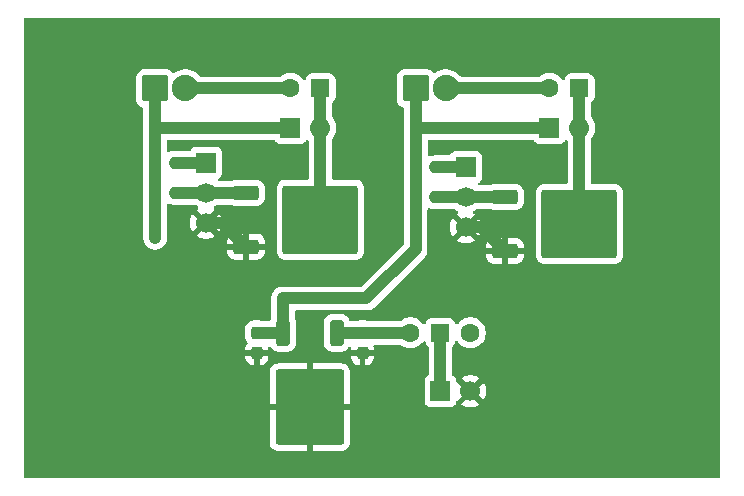
<source format=gbr>
%TF.GenerationSoftware,KiCad,Pcbnew,9.0.2*%
%TF.CreationDate,2025-07-30T16:59:02+09:00*%
%TF.ProjectId,ltr,6c74722e-6b69-4636-9164-5f7063625858,rev?*%
%TF.SameCoordinates,Original*%
%TF.FileFunction,Copper,L1,Top*%
%TF.FilePolarity,Positive*%
%FSLAX46Y46*%
G04 Gerber Fmt 4.6, Leading zero omitted, Abs format (unit mm)*
G04 Created by KiCad (PCBNEW 9.0.2) date 2025-07-30 16:59:02*
%MOMM*%
%LPD*%
G01*
G04 APERTURE LIST*
G04 Aperture macros list*
%AMRoundRect*
0 Rectangle with rounded corners*
0 $1 Rounding radius*
0 $2 $3 $4 $5 $6 $7 $8 $9 X,Y pos of 4 corners*
0 Add a 4 corners polygon primitive as box body*
4,1,4,$2,$3,$4,$5,$6,$7,$8,$9,$2,$3,0*
0 Add four circle primitives for the rounded corners*
1,1,$1+$1,$2,$3*
1,1,$1+$1,$4,$5*
1,1,$1+$1,$6,$7*
1,1,$1+$1,$8,$9*
0 Add four rect primitives between the rounded corners*
20,1,$1+$1,$2,$3,$4,$5,0*
20,1,$1+$1,$4,$5,$6,$7,0*
20,1,$1+$1,$6,$7,$8,$9,0*
20,1,$1+$1,$8,$9,$2,$3,0*%
G04 Aperture macros list end*
%TA.AperFunction,ComponentPad*%
%ADD10RoundRect,0.250000X0.550000X0.550000X-0.550000X0.550000X-0.550000X-0.550000X0.550000X-0.550000X0*%
%TD*%
%TA.AperFunction,ComponentPad*%
%ADD11C,1.600000*%
%TD*%
%TA.AperFunction,ComponentPad*%
%ADD12RoundRect,0.250000X-0.870000X-0.870000X0.870000X-0.870000X0.870000X0.870000X-0.870000X0.870000X0*%
%TD*%
%TA.AperFunction,ComponentPad*%
%ADD13C,2.240000*%
%TD*%
%TA.AperFunction,ComponentPad*%
%ADD14R,1.700000X1.700000*%
%TD*%
%TA.AperFunction,ComponentPad*%
%ADD15C,1.700000*%
%TD*%
%TA.AperFunction,SMDPad,CuDef*%
%ADD16RoundRect,0.200000X-0.200000X-0.275000X0.200000X-0.275000X0.200000X0.275000X-0.200000X0.275000X0*%
%TD*%
%TA.AperFunction,SMDPad,CuDef*%
%ADD17RoundRect,0.250000X-0.850000X-0.350000X0.850000X-0.350000X0.850000X0.350000X-0.850000X0.350000X0*%
%TD*%
%TA.AperFunction,SMDPad,CuDef*%
%ADD18RoundRect,0.249997X-2.950003X-2.650003X2.950003X-2.650003X2.950003X2.650003X-2.950003X2.650003X0*%
%TD*%
%TA.AperFunction,ComponentPad*%
%ADD19R,1.500000X1.500000*%
%TD*%
%TA.AperFunction,SMDPad,CuDef*%
%ADD20RoundRect,0.237500X-0.237500X0.300000X-0.237500X-0.300000X0.237500X-0.300000X0.237500X0.300000X0*%
%TD*%
%TA.AperFunction,SMDPad,CuDef*%
%ADD21RoundRect,0.250000X-0.350000X0.850000X-0.350000X-0.850000X0.350000X-0.850000X0.350000X0.850000X0*%
%TD*%
%TA.AperFunction,SMDPad,CuDef*%
%ADD22RoundRect,0.249997X-2.650003X2.950003X-2.650003X-2.950003X2.650003X-2.950003X2.650003X2.950003X0*%
%TD*%
%TA.AperFunction,ViaPad*%
%ADD23C,0.600000*%
%TD*%
%TA.AperFunction,Conductor*%
%ADD24C,1.000000*%
%TD*%
G04 APERTURE END LIST*
D10*
%TO.P,D4,1,K*%
%TO.N,Net-(D4-K)*%
X128385000Y-57185000D03*
D11*
%TO.P,D4,2,A*%
%TO.N,Net-(D3-A)*%
X125845000Y-57185000D03*
%TD*%
D12*
%TO.P,D3,1,K*%
%TO.N,+5V*%
X114520000Y-57185000D03*
D13*
%TO.P,D3,2,A*%
%TO.N,Net-(D3-A)*%
X117060000Y-57185000D03*
%TD*%
D14*
%TO.P,J3,1,Pin_1*%
%TO.N,+5V*%
X103920000Y-60535000D03*
D15*
%TO.P,J3,2,Pin_2*%
%TO.N,Net-(D2-K)*%
X106460000Y-60535000D03*
%TD*%
D14*
%TO.P,J4,1,Pin_1*%
%TO.N,+5V*%
X125845000Y-60535000D03*
D15*
%TO.P,J4,2,Pin_2*%
%TO.N,Net-(D4-K)*%
X128385000Y-60535000D03*
%TD*%
D16*
%TO.P,R3,1*%
%TO.N,+5V*%
X114510000Y-63860000D03*
%TO.P,R3,2*%
%TO.N,Vin_right*%
X116160000Y-63860000D03*
%TD*%
D12*
%TO.P,D1,1,K*%
%TO.N,+5V*%
X92480000Y-57195000D03*
D13*
%TO.P,D1,2,A*%
%TO.N,Net-(D1-A)*%
X95020000Y-57195000D03*
%TD*%
D14*
%TO.P,J5,1,Pin_1*%
%TO.N,Net-(J5-Pin_1)*%
X116620000Y-82825000D03*
D15*
%TO.P,J5,2,Pin_2*%
%TO.N,GND*%
X119160000Y-82825000D03*
%TD*%
D14*
%TO.P,J1,1,Pin_1*%
%TO.N,Vin_left*%
X96760000Y-63485000D03*
D15*
%TO.P,J1,2,Pin_2*%
%TO.N,out_left*%
X96760000Y-66025000D03*
%TO.P,J1,3,Pin_3*%
%TO.N,GND*%
X96760000Y-68565000D03*
%TD*%
D16*
%TO.P,R2,1*%
%TO.N,+5V*%
X92460000Y-66025000D03*
%TO.P,R2,2*%
%TO.N,out_left*%
X94110000Y-66025000D03*
%TD*%
D17*
%TO.P,Q1,1,G*%
%TO.N,out_left*%
X100160000Y-66025000D03*
D18*
%TO.P,Q1,2,D*%
%TO.N,Net-(D2-K)*%
X106460000Y-68305000D03*
D17*
%TO.P,Q1,3,S*%
%TO.N,GND*%
X100160000Y-70585000D03*
%TD*%
D10*
%TO.P,D2,1,K*%
%TO.N,Net-(D2-K)*%
X106460000Y-57195000D03*
D11*
%TO.P,D2,2,A*%
%TO.N,Net-(D1-A)*%
X103920000Y-57195000D03*
%TD*%
D19*
%TO.P,SW1,1,A*%
%TO.N,Net-(J5-Pin_1)*%
X116610000Y-77875000D03*
D11*
%TO.P,SW1,2,B*%
%TO.N,+9V*%
X114070000Y-77875000D03*
%TO.P,SW1,3,C*%
%TO.N,unconnected-(SW1-C-Pad3)*%
X119150000Y-77875000D03*
%TD*%
D20*
%TO.P,C1,1*%
%TO.N,+9V*%
X110020000Y-77875000D03*
%TO.P,C1,2*%
%TO.N,GND*%
X110020000Y-79600000D03*
%TD*%
D16*
%TO.P,R1,1*%
%TO.N,+5V*%
X92460000Y-63475000D03*
%TO.P,R1,2*%
%TO.N,Vin_left*%
X94110000Y-63475000D03*
%TD*%
D20*
%TO.P,C2,1*%
%TO.N,+5V*%
X101070000Y-77872500D03*
%TO.P,C2,2*%
%TO.N,GND*%
X101070000Y-79597500D03*
%TD*%
D17*
%TO.P,Q2,1,G*%
%TO.N,out_right*%
X122085000Y-66400000D03*
D18*
%TO.P,Q2,2,D*%
%TO.N,Net-(D4-K)*%
X128385000Y-68680000D03*
D17*
%TO.P,Q2,3,S*%
%TO.N,GND*%
X122085000Y-70960000D03*
%TD*%
D14*
%TO.P,J2,1,Pin_1*%
%TO.N,Vin_right*%
X118760000Y-63870000D03*
D15*
%TO.P,J2,2,Pin_2*%
%TO.N,out_right*%
X118760000Y-66410000D03*
%TO.P,J2,3,Pin_3*%
%TO.N,GND*%
X118760000Y-68950000D03*
%TD*%
D16*
%TO.P,R4,1*%
%TO.N,+5V*%
X114510000Y-66410000D03*
%TO.P,R4,2*%
%TO.N,out_right*%
X116160000Y-66410000D03*
%TD*%
D21*
%TO.P,U1,1,VI*%
%TO.N,+9V*%
X107830000Y-77875000D03*
D22*
%TO.P,U1,2,GND*%
%TO.N,GND*%
X105550000Y-84175000D03*
D21*
%TO.P,U1,3,VO*%
%TO.N,+5V*%
X103270000Y-77875000D03*
%TD*%
D23*
%TO.N,GND*%
X105550000Y-84175000D03*
%TO.N,+5V*%
X103275000Y-74975000D03*
X92450000Y-69850000D03*
%TD*%
D24*
%TO.N,+5V*%
X114510000Y-66410000D02*
X114510000Y-70815000D01*
X114510000Y-70815000D02*
X110350000Y-74975000D01*
X110350000Y-74975000D02*
X103275000Y-74975000D01*
X92460000Y-66025000D02*
X92460000Y-69840000D01*
X92460000Y-69840000D02*
X92450000Y-69850000D01*
X103275000Y-74975000D02*
X103275000Y-77870000D01*
X103275000Y-77870000D02*
X103270000Y-77875000D01*
X114520000Y-57185000D02*
X114520000Y-60530000D01*
X114525000Y-60535000D02*
X114520000Y-60530000D01*
X125845000Y-60535000D02*
X114525000Y-60535000D01*
%TO.N,Net-(D3-A)*%
X125845000Y-57185000D02*
X117060000Y-57185000D01*
%TO.N,Net-(D4-K)*%
X128385000Y-60535000D02*
X128385000Y-57261000D01*
X128385000Y-68680000D02*
X128385000Y-60535000D01*
%TO.N,+5V*%
X114520000Y-60530000D02*
X114520000Y-63850000D01*
X114520000Y-63850000D02*
X114510000Y-63860000D01*
X114510000Y-66410000D02*
X114510000Y-63860000D01*
%TO.N,Vin_right*%
X118760000Y-63870000D02*
X116170000Y-63870000D01*
X116170000Y-63870000D02*
X116160000Y-63860000D01*
%TO.N,out_right*%
X116160000Y-66410000D02*
X118760000Y-66410000D01*
X122085000Y-66400000D02*
X118770000Y-66400000D01*
X118770000Y-66400000D02*
X118760000Y-66410000D01*
%TO.N,GND*%
X118760000Y-68950000D02*
X120075000Y-68950000D01*
X120075000Y-68950000D02*
X122085000Y-70960000D01*
%TO.N,+5V*%
X92460000Y-63475000D02*
X92460000Y-60535000D01*
X103920000Y-60535000D02*
X92460000Y-60535000D01*
X92460000Y-60535000D02*
X92460000Y-57215000D01*
X92460000Y-57215000D02*
X92480000Y-57195000D01*
%TO.N,Net-(D1-A)*%
X103920000Y-57195000D02*
X95020000Y-57195000D01*
%TO.N,Net-(D2-K)*%
X106460000Y-60535000D02*
X106460000Y-57195000D01*
X106460000Y-68305000D02*
X106460000Y-60535000D01*
%TO.N,+5V*%
X92460000Y-66025000D02*
X92460000Y-63475000D01*
%TO.N,Vin_left*%
X94110000Y-63475000D02*
X96750000Y-63475000D01*
X96750000Y-63475000D02*
X96760000Y-63485000D01*
%TO.N,out_left*%
X94110000Y-66025000D02*
X96760000Y-66025000D01*
X96760000Y-66025000D02*
X100160000Y-66025000D01*
%TO.N,GND*%
X96760000Y-68565000D02*
X98140000Y-68565000D01*
X98140000Y-68565000D02*
X100160000Y-70585000D01*
%TO.N,+5V*%
X101070000Y-77872500D02*
X103267500Y-77872500D01*
X103267500Y-77872500D02*
X103270000Y-77875000D01*
%TO.N,Net-(J5-Pin_1)*%
X116610000Y-82815000D02*
X116620000Y-82825000D01*
X116610000Y-77875000D02*
X116610000Y-82815000D01*
%TO.N,+9V*%
X107830000Y-77875000D02*
X110020000Y-77875000D01*
X114070000Y-77875000D02*
X110020000Y-77875000D01*
%TO.N,GND*%
X119150000Y-82815000D02*
X119160000Y-82825000D01*
%TD*%
%TA.AperFunction,Conductor*%
%TO.N,GND*%
G36*
X140267539Y-51220185D02*
G01*
X140313294Y-51272989D01*
X140324500Y-51324500D01*
X140324500Y-90075500D01*
X140304815Y-90142539D01*
X140252011Y-90188294D01*
X140200500Y-90199500D01*
X81449500Y-90199500D01*
X81382461Y-90179815D01*
X81336706Y-90127011D01*
X81325500Y-90075500D01*
X81325500Y-87174988D01*
X102150001Y-87174988D01*
X102160494Y-87277699D01*
X102215640Y-87444120D01*
X102215642Y-87444125D01*
X102307683Y-87593346D01*
X102431653Y-87717316D01*
X102580874Y-87809357D01*
X102580879Y-87809359D01*
X102747301Y-87864505D01*
X102850017Y-87874999D01*
X105299999Y-87874999D01*
X105800000Y-87874999D01*
X108249974Y-87874999D01*
X108249988Y-87874998D01*
X108352699Y-87864505D01*
X108519120Y-87809359D01*
X108519125Y-87809357D01*
X108668346Y-87717316D01*
X108792316Y-87593346D01*
X108884357Y-87444125D01*
X108884359Y-87444120D01*
X108939505Y-87277698D01*
X108949999Y-87174988D01*
X108950000Y-87174975D01*
X108950000Y-84425000D01*
X105800000Y-84425000D01*
X105800000Y-87874999D01*
X105299999Y-87874999D01*
X105300000Y-87874998D01*
X105300000Y-84425000D01*
X102150001Y-84425000D01*
X102150001Y-87174988D01*
X81325500Y-87174988D01*
X81325500Y-81175011D01*
X102150000Y-81175011D01*
X102150000Y-83925000D01*
X105300000Y-83925000D01*
X105800000Y-83925000D01*
X108949999Y-83925000D01*
X108949999Y-81175026D01*
X108949998Y-81175011D01*
X108939505Y-81072300D01*
X108884359Y-80905879D01*
X108884357Y-80905874D01*
X108792316Y-80756653D01*
X108668346Y-80632683D01*
X108519125Y-80540642D01*
X108519120Y-80540640D01*
X108352698Y-80485494D01*
X108249988Y-80475000D01*
X105800000Y-80475000D01*
X105800000Y-83925000D01*
X105300000Y-83925000D01*
X105300000Y-80475000D01*
X102850026Y-80475000D01*
X102850010Y-80475001D01*
X102747300Y-80485494D01*
X102580879Y-80540640D01*
X102580874Y-80540642D01*
X102431653Y-80632683D01*
X102307683Y-80756653D01*
X102215642Y-80905874D01*
X102215640Y-80905879D01*
X102160494Y-81072301D01*
X102150000Y-81175011D01*
X81325500Y-81175011D01*
X81325500Y-79946654D01*
X100095001Y-79946654D01*
X100105319Y-80047652D01*
X100159546Y-80211300D01*
X100159551Y-80211311D01*
X100250052Y-80358034D01*
X100250055Y-80358038D01*
X100371961Y-80479944D01*
X100371965Y-80479947D01*
X100518688Y-80570448D01*
X100518699Y-80570453D01*
X100682347Y-80624680D01*
X100783352Y-80634999D01*
X100820000Y-80634999D01*
X101320000Y-80634999D01*
X101356640Y-80634999D01*
X101356654Y-80634998D01*
X101457652Y-80624680D01*
X101621300Y-80570453D01*
X101621311Y-80570448D01*
X101768034Y-80479947D01*
X101768038Y-80479944D01*
X101889944Y-80358038D01*
X101889947Y-80358034D01*
X101980448Y-80211311D01*
X101980453Y-80211300D01*
X102034680Y-80047652D01*
X102044744Y-79949154D01*
X109045001Y-79949154D01*
X109055319Y-80050152D01*
X109109546Y-80213800D01*
X109109551Y-80213811D01*
X109200052Y-80360534D01*
X109200055Y-80360538D01*
X109321961Y-80482444D01*
X109321965Y-80482447D01*
X109468688Y-80572948D01*
X109468699Y-80572953D01*
X109632347Y-80627180D01*
X109733352Y-80637499D01*
X109770000Y-80637499D01*
X110270000Y-80637499D01*
X110306640Y-80637499D01*
X110306654Y-80637498D01*
X110407652Y-80627180D01*
X110571300Y-80572953D01*
X110571311Y-80572948D01*
X110718034Y-80482447D01*
X110718038Y-80482444D01*
X110839944Y-80360538D01*
X110839947Y-80360534D01*
X110930448Y-80213811D01*
X110930453Y-80213800D01*
X110984680Y-80050152D01*
X110994999Y-79949154D01*
X110995000Y-79949141D01*
X110995000Y-79850000D01*
X110270000Y-79850000D01*
X110270000Y-80637499D01*
X109770000Y-80637499D01*
X109770000Y-79850000D01*
X109045001Y-79850000D01*
X109045001Y-79949154D01*
X102044744Y-79949154D01*
X102044999Y-79946654D01*
X102045000Y-79946641D01*
X102045000Y-79847500D01*
X101320000Y-79847500D01*
X101320000Y-80634999D01*
X100820000Y-80634999D01*
X100820000Y-79847500D01*
X100095001Y-79847500D01*
X100095001Y-79946654D01*
X81325500Y-79946654D01*
X81325500Y-77773959D01*
X100069500Y-77773959D01*
X100069500Y-77779523D01*
X100069500Y-77971044D01*
X100092117Y-78084747D01*
X100094500Y-78108937D01*
X100094500Y-78221668D01*
X100094501Y-78221687D01*
X100104825Y-78322752D01*
X100141109Y-78432249D01*
X100159092Y-78486516D01*
X100241139Y-78619536D01*
X100249661Y-78633351D01*
X100263982Y-78647672D01*
X100297467Y-78708995D01*
X100292483Y-78778687D01*
X100263985Y-78823032D01*
X100250052Y-78836965D01*
X100159551Y-78983688D01*
X100159546Y-78983699D01*
X100105319Y-79147347D01*
X100095000Y-79248345D01*
X100095000Y-79347500D01*
X102044999Y-79347500D01*
X102044999Y-79248360D01*
X102044998Y-79248345D01*
X102037217Y-79172174D01*
X102049987Y-79103481D01*
X102097867Y-79052596D01*
X102165657Y-79035676D01*
X102231834Y-79058092D01*
X102266112Y-79094474D01*
X102284786Y-79124749D01*
X102325717Y-79191110D01*
X102327288Y-79193656D01*
X102451344Y-79317712D01*
X102600666Y-79409814D01*
X102767203Y-79464999D01*
X102869991Y-79475500D01*
X103670008Y-79475499D01*
X103670016Y-79475498D01*
X103670019Y-79475498D01*
X103726302Y-79469748D01*
X103772797Y-79464999D01*
X103939334Y-79409814D01*
X104088656Y-79317712D01*
X104212712Y-79193656D01*
X104304814Y-79044334D01*
X104359999Y-78877797D01*
X104370500Y-78775009D01*
X104370499Y-76974992D01*
X104370498Y-76974983D01*
X106729500Y-76974983D01*
X106729500Y-78775001D01*
X106729501Y-78775018D01*
X106740000Y-78877796D01*
X106740001Y-78877799D01*
X106795185Y-79044331D01*
X106795187Y-79044336D01*
X106818058Y-79081415D01*
X106887288Y-79193656D01*
X107011344Y-79317712D01*
X107160666Y-79409814D01*
X107327203Y-79464999D01*
X107429991Y-79475500D01*
X108230008Y-79475499D01*
X108230016Y-79475498D01*
X108230019Y-79475498D01*
X108286302Y-79469748D01*
X108332797Y-79464999D01*
X108499334Y-79409814D01*
X108648656Y-79317712D01*
X108772712Y-79193656D01*
X108822207Y-79113410D01*
X108874153Y-79066687D01*
X108943116Y-79055464D01*
X109007198Y-79083307D01*
X109046055Y-79141376D01*
X109051103Y-79191110D01*
X109045000Y-79250843D01*
X109045000Y-79350000D01*
X110994999Y-79350000D01*
X110994999Y-79250860D01*
X110994998Y-79250845D01*
X110984680Y-79149847D01*
X110947785Y-79038504D01*
X110945383Y-78968676D01*
X110981115Y-78908634D01*
X111043635Y-78877441D01*
X111065491Y-78875500D01*
X113194238Y-78875500D01*
X113261277Y-78895185D01*
X113267119Y-78899179D01*
X113388390Y-78987287D01*
X113463352Y-79025482D01*
X113570776Y-79080218D01*
X113570778Y-79080218D01*
X113570781Y-79080220D01*
X113642371Y-79103481D01*
X113765465Y-79143477D01*
X113866557Y-79159488D01*
X113967648Y-79175500D01*
X113967649Y-79175500D01*
X114172351Y-79175500D01*
X114172352Y-79175500D01*
X114374534Y-79143477D01*
X114569219Y-79080220D01*
X114751610Y-78987287D01*
X114853858Y-78913000D01*
X114917213Y-78866971D01*
X114917215Y-78866968D01*
X114917219Y-78866966D01*
X115061966Y-78722219D01*
X115136568Y-78619536D01*
X115191898Y-78576870D01*
X115261511Y-78570891D01*
X115323306Y-78603496D01*
X115357664Y-78664334D01*
X115360177Y-78679166D01*
X115365909Y-78732483D01*
X115416202Y-78867328D01*
X115416203Y-78867329D01*
X115416204Y-78867331D01*
X115450392Y-78913000D01*
X115502452Y-78982543D01*
X115502455Y-78982547D01*
X115559810Y-79025482D01*
X115601682Y-79081415D01*
X115609500Y-79124749D01*
X115609500Y-81414587D01*
X115589815Y-81481626D01*
X115537011Y-81527381D01*
X115528838Y-81530767D01*
X115527674Y-81531200D01*
X115527664Y-81531206D01*
X115412455Y-81617452D01*
X115412452Y-81617455D01*
X115326206Y-81732664D01*
X115326202Y-81732671D01*
X115275908Y-81867517D01*
X115269501Y-81927116D01*
X115269500Y-81927135D01*
X115269500Y-83722870D01*
X115269501Y-83722876D01*
X115275908Y-83782483D01*
X115326202Y-83917328D01*
X115326206Y-83917335D01*
X115412452Y-84032544D01*
X115412455Y-84032547D01*
X115527664Y-84118793D01*
X115527671Y-84118797D01*
X115662517Y-84169091D01*
X115662516Y-84169091D01*
X115669444Y-84169835D01*
X115722127Y-84175500D01*
X117517872Y-84175499D01*
X117577483Y-84169091D01*
X117712331Y-84118796D01*
X117827546Y-84032546D01*
X117913796Y-83917331D01*
X117964091Y-83782483D01*
X117970500Y-83722873D01*
X117970499Y-83698979D01*
X117973330Y-83685963D01*
X117983940Y-83666525D01*
X117990179Y-83645275D01*
X118006803Y-83624643D01*
X118006808Y-83624636D01*
X118006811Y-83624634D01*
X118006818Y-83624626D01*
X118677037Y-82954408D01*
X118694075Y-83017993D01*
X118759901Y-83132007D01*
X118852993Y-83225099D01*
X118967007Y-83290925D01*
X119030590Y-83307962D01*
X118398282Y-83940269D01*
X118398282Y-83940270D01*
X118452449Y-83979624D01*
X118641782Y-84076095D01*
X118843870Y-84141757D01*
X119053754Y-84175000D01*
X119266246Y-84175000D01*
X119476127Y-84141757D01*
X119476130Y-84141757D01*
X119678217Y-84076095D01*
X119867554Y-83979622D01*
X119921716Y-83940270D01*
X119921717Y-83940270D01*
X119289408Y-83307962D01*
X119352993Y-83290925D01*
X119467007Y-83225099D01*
X119560099Y-83132007D01*
X119625925Y-83017993D01*
X119642962Y-82954409D01*
X120275270Y-83586717D01*
X120275270Y-83586716D01*
X120314622Y-83532554D01*
X120411095Y-83343217D01*
X120476757Y-83141130D01*
X120476757Y-83141127D01*
X120510000Y-82931246D01*
X120510000Y-82718753D01*
X120476757Y-82508872D01*
X120476757Y-82508869D01*
X120411095Y-82306782D01*
X120314624Y-82117449D01*
X120275270Y-82063282D01*
X120275269Y-82063282D01*
X119642962Y-82695590D01*
X119625925Y-82632007D01*
X119560099Y-82517993D01*
X119467007Y-82424901D01*
X119352993Y-82359075D01*
X119289409Y-82342037D01*
X119921716Y-81709728D01*
X119867550Y-81670375D01*
X119678217Y-81573904D01*
X119476129Y-81508242D01*
X119266246Y-81475000D01*
X119053754Y-81475000D01*
X118843872Y-81508242D01*
X118843869Y-81508242D01*
X118641782Y-81573904D01*
X118452439Y-81670380D01*
X118398282Y-81709727D01*
X118398282Y-81709728D01*
X119030591Y-82342037D01*
X118967007Y-82359075D01*
X118852993Y-82424901D01*
X118759901Y-82517993D01*
X118694075Y-82632007D01*
X118677037Y-82695591D01*
X118006818Y-82025372D01*
X117973333Y-81964049D01*
X117973330Y-81964036D01*
X117970499Y-81951015D01*
X117970499Y-81927128D01*
X117964091Y-81867517D01*
X117935926Y-81792002D01*
X117913798Y-81732673D01*
X117913793Y-81732664D01*
X117827547Y-81617455D01*
X117827544Y-81617452D01*
X117712334Y-81531205D01*
X117691164Y-81523309D01*
X117635231Y-81481436D01*
X117610816Y-81415971D01*
X117610500Y-81407128D01*
X117610500Y-79124749D01*
X117630185Y-79057710D01*
X117660190Y-79025482D01*
X117717546Y-78982546D01*
X117803796Y-78867331D01*
X117854091Y-78732483D01*
X117859823Y-78679162D01*
X117886560Y-78614615D01*
X117943952Y-78574767D01*
X118013777Y-78572273D01*
X118073866Y-78607925D01*
X118083430Y-78619536D01*
X118158028Y-78722212D01*
X118158032Y-78722217D01*
X118302786Y-78866971D01*
X118442774Y-78968676D01*
X118468390Y-78987287D01*
X118543352Y-79025482D01*
X118650776Y-79080218D01*
X118650778Y-79080218D01*
X118650781Y-79080220D01*
X118722371Y-79103481D01*
X118845465Y-79143477D01*
X118946557Y-79159488D01*
X119047648Y-79175500D01*
X119047649Y-79175500D01*
X119252351Y-79175500D01*
X119252352Y-79175500D01*
X119454534Y-79143477D01*
X119649219Y-79080220D01*
X119831610Y-78987287D01*
X119933858Y-78913000D01*
X119997213Y-78866971D01*
X119997215Y-78866968D01*
X119997219Y-78866966D01*
X120141966Y-78722219D01*
X120141968Y-78722215D01*
X120141971Y-78722213D01*
X120206532Y-78633351D01*
X120262287Y-78556610D01*
X120355220Y-78374219D01*
X120418477Y-78179534D01*
X120450500Y-77977352D01*
X120450500Y-77772648D01*
X120418477Y-77570465D01*
X120355218Y-77375776D01*
X120295454Y-77258484D01*
X120262287Y-77193390D01*
X120228221Y-77146502D01*
X120141971Y-77027786D01*
X119997213Y-76883028D01*
X119831613Y-76762715D01*
X119831612Y-76762714D01*
X119831610Y-76762713D01*
X119774653Y-76733691D01*
X119649223Y-76669781D01*
X119454534Y-76606522D01*
X119279995Y-76578878D01*
X119252352Y-76574500D01*
X119047648Y-76574500D01*
X119023329Y-76578351D01*
X118845465Y-76606522D01*
X118650776Y-76669781D01*
X118468386Y-76762715D01*
X118302786Y-76883028D01*
X118158032Y-77027782D01*
X118158028Y-77027787D01*
X118083430Y-77130463D01*
X118028100Y-77173129D01*
X117958487Y-77179108D01*
X117896692Y-77146502D01*
X117862334Y-77085664D01*
X117859822Y-77070831D01*
X117854091Y-77017516D01*
X117803797Y-76882671D01*
X117803793Y-76882664D01*
X117717547Y-76767455D01*
X117717544Y-76767452D01*
X117602335Y-76681206D01*
X117602328Y-76681202D01*
X117467482Y-76630908D01*
X117467483Y-76630908D01*
X117407883Y-76624501D01*
X117407881Y-76624500D01*
X117407873Y-76624500D01*
X117407864Y-76624500D01*
X115812129Y-76624500D01*
X115812123Y-76624501D01*
X115752516Y-76630908D01*
X115617671Y-76681202D01*
X115617664Y-76681206D01*
X115502455Y-76767452D01*
X115502452Y-76767455D01*
X115416206Y-76882664D01*
X115416202Y-76882671D01*
X115365908Y-77017516D01*
X115360176Y-77070834D01*
X115333438Y-77135385D01*
X115276045Y-77175233D01*
X115206220Y-77177726D01*
X115146131Y-77142073D01*
X115136569Y-77130463D01*
X115061971Y-77027786D01*
X114917213Y-76883028D01*
X114751613Y-76762715D01*
X114751612Y-76762714D01*
X114751610Y-76762713D01*
X114694653Y-76733691D01*
X114569223Y-76669781D01*
X114374534Y-76606522D01*
X114199995Y-76578878D01*
X114172352Y-76574500D01*
X113967648Y-76574500D01*
X113943329Y-76578351D01*
X113765465Y-76606522D01*
X113570776Y-76669781D01*
X113388386Y-76762715D01*
X113267123Y-76850818D01*
X113201317Y-76874298D01*
X113194238Y-76874500D01*
X110509768Y-76874500D01*
X110470764Y-76868206D01*
X110407753Y-76847326D01*
X110407751Y-76847325D01*
X110306678Y-76837000D01*
X109733330Y-76837000D01*
X109733312Y-76837001D01*
X109632247Y-76847325D01*
X109586384Y-76862523D01*
X109569234Y-76868206D01*
X109530232Y-76874500D01*
X109010301Y-76874500D01*
X108943262Y-76854815D01*
X108897507Y-76802011D01*
X108892595Y-76789504D01*
X108885289Y-76767455D01*
X108864814Y-76705666D01*
X108772712Y-76556344D01*
X108648656Y-76432288D01*
X108499334Y-76340186D01*
X108332797Y-76285001D01*
X108332795Y-76285000D01*
X108230010Y-76274500D01*
X107429998Y-76274500D01*
X107429980Y-76274501D01*
X107327203Y-76285000D01*
X107327200Y-76285001D01*
X107160668Y-76340185D01*
X107160663Y-76340187D01*
X107011342Y-76432289D01*
X106887289Y-76556342D01*
X106795187Y-76705663D01*
X106795186Y-76705666D01*
X106740001Y-76872203D01*
X106740001Y-76872204D01*
X106740000Y-76872204D01*
X106729500Y-76974983D01*
X104370498Y-76974983D01*
X104359999Y-76872203D01*
X104304814Y-76705666D01*
X104293961Y-76688070D01*
X104275500Y-76622974D01*
X104275500Y-76099500D01*
X104295185Y-76032461D01*
X104347989Y-75986706D01*
X104399500Y-75975500D01*
X110448542Y-75975500D01*
X110479566Y-75969328D01*
X110545188Y-75956275D01*
X110641836Y-75937051D01*
X110695165Y-75914961D01*
X110823914Y-75861632D01*
X110987782Y-75752139D01*
X111127139Y-75612782D01*
X111127139Y-75612780D01*
X111137347Y-75602573D01*
X111137348Y-75602570D01*
X115287139Y-71452782D01*
X115349143Y-71359986D01*
X120485001Y-71359986D01*
X120495494Y-71462697D01*
X120550641Y-71629119D01*
X120550643Y-71629124D01*
X120642684Y-71778345D01*
X120766654Y-71902315D01*
X120915875Y-71994356D01*
X120915880Y-71994358D01*
X121082302Y-72049505D01*
X121082309Y-72049506D01*
X121185019Y-72059999D01*
X121834999Y-72059999D01*
X122335000Y-72059999D01*
X122984972Y-72059999D01*
X122984986Y-72059998D01*
X123087697Y-72049505D01*
X123254119Y-71994358D01*
X123254124Y-71994356D01*
X123403345Y-71902315D01*
X123527315Y-71778345D01*
X123619356Y-71629124D01*
X123619358Y-71629119D01*
X123674505Y-71462697D01*
X123674506Y-71462690D01*
X123684999Y-71359986D01*
X123685000Y-71359973D01*
X123685000Y-71210000D01*
X122335000Y-71210000D01*
X122335000Y-72059999D01*
X121834999Y-72059999D01*
X121835000Y-72059998D01*
X121835000Y-71210000D01*
X120485001Y-71210000D01*
X120485001Y-71359986D01*
X115349143Y-71359986D01*
X115396631Y-71288915D01*
X115396632Y-71288914D01*
X115440811Y-71182255D01*
X115472051Y-71106836D01*
X115510500Y-70913541D01*
X115510500Y-70716460D01*
X115510500Y-70560013D01*
X120485000Y-70560013D01*
X120485000Y-70710000D01*
X121835000Y-70710000D01*
X122335000Y-70710000D01*
X123684999Y-70710000D01*
X123684999Y-70560028D01*
X123684998Y-70560013D01*
X123674505Y-70457302D01*
X123619358Y-70290880D01*
X123619356Y-70290875D01*
X123527315Y-70141654D01*
X123403345Y-70017684D01*
X123254124Y-69925643D01*
X123254119Y-69925641D01*
X123087697Y-69870494D01*
X123087690Y-69870493D01*
X122984986Y-69860000D01*
X122335000Y-69860000D01*
X122335000Y-70710000D01*
X121835000Y-70710000D01*
X121835000Y-69860000D01*
X121185028Y-69860000D01*
X121185012Y-69860001D01*
X121082302Y-69870494D01*
X120915880Y-69925641D01*
X120915875Y-69925643D01*
X120766654Y-70017684D01*
X120642684Y-70141654D01*
X120550643Y-70290875D01*
X120550641Y-70290880D01*
X120495494Y-70457302D01*
X120495493Y-70457309D01*
X120485000Y-70560013D01*
X115510500Y-70560013D01*
X115510500Y-67447173D01*
X115530185Y-67380134D01*
X115582989Y-67334379D01*
X115652147Y-67324435D01*
X115671374Y-67328783D01*
X115832804Y-67379086D01*
X115903384Y-67385500D01*
X115923566Y-67385500D01*
X115947756Y-67387882D01*
X115976006Y-67393502D01*
X116061456Y-67410500D01*
X116061459Y-67410500D01*
X117799800Y-67410500D01*
X117866839Y-67430185D01*
X117879365Y-67439493D01*
X118052179Y-67565048D01*
X118052181Y-67565049D01*
X118052184Y-67565051D01*
X118061493Y-67569794D01*
X118112290Y-67617766D01*
X118129087Y-67685587D01*
X118106552Y-67751722D01*
X118061505Y-67790760D01*
X118052446Y-67795376D01*
X118052440Y-67795380D01*
X117998282Y-67834727D01*
X117998282Y-67834728D01*
X118630591Y-68467037D01*
X118567007Y-68484075D01*
X118452993Y-68549901D01*
X118359901Y-68642993D01*
X118294075Y-68757007D01*
X118277037Y-68820591D01*
X117644728Y-68188282D01*
X117644727Y-68188282D01*
X117605380Y-68242439D01*
X117508904Y-68431782D01*
X117443242Y-68633869D01*
X117443242Y-68633872D01*
X117410000Y-68843753D01*
X117410000Y-69056246D01*
X117443242Y-69266127D01*
X117443242Y-69266130D01*
X117508904Y-69468217D01*
X117605375Y-69657550D01*
X117644728Y-69711716D01*
X118277037Y-69079408D01*
X118294075Y-69142993D01*
X118359901Y-69257007D01*
X118452993Y-69350099D01*
X118567007Y-69415925D01*
X118630590Y-69432962D01*
X117998282Y-70065269D01*
X117998282Y-70065270D01*
X118052449Y-70104624D01*
X118241782Y-70201095D01*
X118443870Y-70266757D01*
X118653754Y-70300000D01*
X118866246Y-70300000D01*
X119076127Y-70266757D01*
X119076130Y-70266757D01*
X119278217Y-70201095D01*
X119467554Y-70104622D01*
X119521716Y-70065270D01*
X119521717Y-70065270D01*
X118889408Y-69432962D01*
X118952993Y-69415925D01*
X119067007Y-69350099D01*
X119160099Y-69257007D01*
X119225925Y-69142993D01*
X119242962Y-69079409D01*
X119875270Y-69711717D01*
X119875270Y-69711716D01*
X119914622Y-69657554D01*
X120011095Y-69468217D01*
X120076757Y-69266130D01*
X120076757Y-69266127D01*
X120110000Y-69056246D01*
X120110000Y-68843753D01*
X120076757Y-68633872D01*
X120076757Y-68633869D01*
X120011095Y-68431782D01*
X119914624Y-68242449D01*
X119875270Y-68188282D01*
X119875269Y-68188282D01*
X119242962Y-68820590D01*
X119225925Y-68757007D01*
X119160099Y-68642993D01*
X119067007Y-68549901D01*
X118952993Y-68484075D01*
X118889409Y-68467037D01*
X119521716Y-67834728D01*
X119467547Y-67795373D01*
X119467547Y-67795372D01*
X119458500Y-67790763D01*
X119407706Y-67742788D01*
X119390912Y-67674966D01*
X119413451Y-67608832D01*
X119458508Y-67569793D01*
X119467816Y-67565051D01*
X119547007Y-67507515D01*
X119639786Y-67440109D01*
X119639788Y-67440106D01*
X119639792Y-67440104D01*
X119643077Y-67436819D01*
X119704400Y-67403334D01*
X119730758Y-67400500D01*
X120824868Y-67400500D01*
X120889963Y-67418960D01*
X120915666Y-67434814D01*
X121082203Y-67489999D01*
X121184991Y-67500500D01*
X122985008Y-67500499D01*
X123087797Y-67489999D01*
X123254334Y-67434814D01*
X123403656Y-67342712D01*
X123527712Y-67218656D01*
X123619814Y-67069334D01*
X123674999Y-66902797D01*
X123685500Y-66800009D01*
X123685499Y-65999992D01*
X123674999Y-65897203D01*
X123619814Y-65730666D01*
X123527712Y-65581344D01*
X123403656Y-65457288D01*
X123309966Y-65399500D01*
X123254336Y-65365187D01*
X123254331Y-65365185D01*
X123252862Y-65364698D01*
X123087797Y-65310001D01*
X123087795Y-65310000D01*
X122985010Y-65299500D01*
X121184998Y-65299500D01*
X121184981Y-65299501D01*
X121082203Y-65310000D01*
X121082200Y-65310001D01*
X120915668Y-65365185D01*
X120915663Y-65365187D01*
X120899933Y-65374889D01*
X120889963Y-65381039D01*
X120824868Y-65399500D01*
X119906499Y-65399500D01*
X119839460Y-65379815D01*
X119793705Y-65327011D01*
X119783761Y-65257853D01*
X119812786Y-65194297D01*
X119847072Y-65166668D01*
X119852325Y-65163797D01*
X119852331Y-65163796D01*
X119967546Y-65077546D01*
X120053796Y-64962331D01*
X120104091Y-64827483D01*
X120110500Y-64767873D01*
X120110499Y-62972128D01*
X120104091Y-62912517D01*
X120100334Y-62902445D01*
X120053797Y-62777671D01*
X120053793Y-62777664D01*
X119967547Y-62662455D01*
X119967544Y-62662452D01*
X119852335Y-62576206D01*
X119852328Y-62576202D01*
X119717482Y-62525908D01*
X119717483Y-62525908D01*
X119657883Y-62519501D01*
X119657881Y-62519500D01*
X119657873Y-62519500D01*
X119657864Y-62519500D01*
X117862129Y-62519500D01*
X117862123Y-62519501D01*
X117802516Y-62525908D01*
X117667671Y-62576202D01*
X117667664Y-62576206D01*
X117552455Y-62662452D01*
X117552452Y-62662455D01*
X117466206Y-62777664D01*
X117466204Y-62777668D01*
X117466204Y-62777669D01*
X117462039Y-62788834D01*
X117420171Y-62844766D01*
X117354707Y-62869184D01*
X117345859Y-62869500D01*
X116321025Y-62869500D01*
X116296833Y-62867117D01*
X116278237Y-62863418D01*
X116258541Y-62859500D01*
X116258540Y-62859500D01*
X116061460Y-62859500D01*
X116061458Y-62859500D01*
X115982947Y-62875117D01*
X115947756Y-62882117D01*
X115923566Y-62884500D01*
X115903384Y-62884500D01*
X115832804Y-62890914D01*
X115681389Y-62938096D01*
X115611529Y-62939246D01*
X115552137Y-62902445D01*
X115522069Y-62839376D01*
X115520500Y-62819710D01*
X115520500Y-61659500D01*
X115540185Y-61592461D01*
X115592989Y-61546706D01*
X115644500Y-61535500D01*
X124430859Y-61535500D01*
X124497898Y-61555185D01*
X124543653Y-61607989D01*
X124547030Y-61616140D01*
X124551204Y-61627331D01*
X124551205Y-61627332D01*
X124551206Y-61627335D01*
X124637452Y-61742544D01*
X124637455Y-61742547D01*
X124752664Y-61828793D01*
X124752671Y-61828797D01*
X124887517Y-61879091D01*
X124887516Y-61879091D01*
X124894444Y-61879835D01*
X124947127Y-61885500D01*
X126742872Y-61885499D01*
X126802483Y-61879091D01*
X126937331Y-61828796D01*
X127052546Y-61742546D01*
X127138796Y-61627331D01*
X127144318Y-61612525D01*
X127186188Y-61556593D01*
X127251652Y-61532175D01*
X127319925Y-61547026D01*
X127369331Y-61596430D01*
X127384500Y-61655859D01*
X127384500Y-65155500D01*
X127364815Y-65222539D01*
X127312011Y-65268294D01*
X127260500Y-65279500D01*
X125384980Y-65279500D01*
X125282198Y-65290001D01*
X125115666Y-65345184D01*
X125115655Y-65345189D01*
X124966346Y-65437285D01*
X124966342Y-65437288D01*
X124842288Y-65561342D01*
X124842285Y-65561346D01*
X124750189Y-65710655D01*
X124750184Y-65710666D01*
X124695001Y-65877198D01*
X124684500Y-65979980D01*
X124684500Y-71380019D01*
X124695001Y-71482801D01*
X124750184Y-71649333D01*
X124750189Y-71649344D01*
X124842285Y-71798653D01*
X124842288Y-71798657D01*
X124966342Y-71922711D01*
X124966346Y-71922714D01*
X125115655Y-72014810D01*
X125115658Y-72014811D01*
X125115664Y-72014815D01*
X125282200Y-72069999D01*
X125384988Y-72080500D01*
X125384993Y-72080500D01*
X131385007Y-72080500D01*
X131385012Y-72080500D01*
X131487800Y-72069999D01*
X131654336Y-72014815D01*
X131803657Y-71922712D01*
X131927712Y-71798657D01*
X132019815Y-71649336D01*
X132074999Y-71482800D01*
X132085500Y-71380012D01*
X132085500Y-65979988D01*
X132074999Y-65877200D01*
X132019815Y-65710664D01*
X132019811Y-65710658D01*
X132019810Y-65710655D01*
X131927714Y-65561346D01*
X131927711Y-65561342D01*
X131803657Y-65437288D01*
X131803653Y-65437285D01*
X131654344Y-65345189D01*
X131654338Y-65345186D01*
X131654336Y-65345185D01*
X131548154Y-65310000D01*
X131487801Y-65290001D01*
X131385019Y-65279500D01*
X131385012Y-65279500D01*
X129509500Y-65279500D01*
X129442461Y-65259815D01*
X129396706Y-65207011D01*
X129385500Y-65155500D01*
X129385500Y-61495199D01*
X129405185Y-61428160D01*
X129414471Y-61415664D01*
X129540048Y-61242820D01*
X129540047Y-61242820D01*
X129540051Y-61242816D01*
X129636557Y-61053412D01*
X129702246Y-60851243D01*
X129735500Y-60641287D01*
X129735500Y-60428713D01*
X129702246Y-60218757D01*
X129636557Y-60016588D01*
X129540051Y-59827184D01*
X129540049Y-59827181D01*
X129540048Y-59827179D01*
X129412241Y-59651266D01*
X129413108Y-59650635D01*
X129386641Y-59591581D01*
X129385500Y-59574800D01*
X129385500Y-58397230D01*
X129405185Y-58330191D01*
X129421819Y-58309549D01*
X129434084Y-58297284D01*
X129527712Y-58203656D01*
X129619814Y-58054334D01*
X129674999Y-57887797D01*
X129685500Y-57785009D01*
X129685499Y-56584992D01*
X129674999Y-56482203D01*
X129619814Y-56315666D01*
X129527712Y-56166344D01*
X129403656Y-56042288D01*
X129302314Y-55979780D01*
X129254336Y-55950187D01*
X129254331Y-55950185D01*
X129250610Y-55948952D01*
X129087797Y-55895001D01*
X129087795Y-55895000D01*
X128985010Y-55884500D01*
X127784998Y-55884500D01*
X127784981Y-55884501D01*
X127682203Y-55895000D01*
X127682200Y-55895001D01*
X127515668Y-55950185D01*
X127515663Y-55950187D01*
X127366342Y-56042289D01*
X127242289Y-56166342D01*
X127150187Y-56315663D01*
X127150186Y-56315666D01*
X127123045Y-56397571D01*
X127083271Y-56455016D01*
X127018755Y-56481838D01*
X126949979Y-56469522D01*
X126905021Y-56431452D01*
X126836966Y-56337781D01*
X126692219Y-56193034D01*
X126692213Y-56193028D01*
X126526613Y-56072715D01*
X126526612Y-56072714D01*
X126526610Y-56072713D01*
X126466898Y-56042288D01*
X126344223Y-55979781D01*
X126149534Y-55916522D01*
X125974995Y-55888878D01*
X125947352Y-55884500D01*
X125742648Y-55884500D01*
X125718329Y-55888351D01*
X125540465Y-55916522D01*
X125345776Y-55979781D01*
X125163386Y-56072715D01*
X125042123Y-56160818D01*
X124976317Y-56184298D01*
X124969238Y-56184500D01*
X118399324Y-56184500D01*
X118332285Y-56164815D01*
X118299006Y-56133385D01*
X118296053Y-56129320D01*
X118115687Y-55948954D01*
X118115685Y-55948952D01*
X117909327Y-55799024D01*
X117909325Y-55799023D01*
X117682060Y-55683225D01*
X117439468Y-55604401D01*
X117187541Y-55564500D01*
X117187536Y-55564500D01*
X116932464Y-55564500D01*
X116932459Y-55564500D01*
X116680531Y-55604401D01*
X116437939Y-55683225D01*
X116210674Y-55799023D01*
X116210672Y-55799024D01*
X116136910Y-55852615D01*
X116071104Y-55876094D01*
X116003050Y-55860268D01*
X115976345Y-55839977D01*
X115858657Y-55722289D01*
X115858656Y-55722288D01*
X115765888Y-55665069D01*
X115709336Y-55630187D01*
X115709331Y-55630185D01*
X115661698Y-55614401D01*
X115542797Y-55575001D01*
X115542795Y-55575000D01*
X115440010Y-55564500D01*
X113599998Y-55564500D01*
X113599981Y-55564501D01*
X113497203Y-55575000D01*
X113497200Y-55575001D01*
X113330668Y-55630185D01*
X113330663Y-55630187D01*
X113181342Y-55722289D01*
X113057289Y-55846342D01*
X112965187Y-55995663D01*
X112965185Y-55995668D01*
X112946423Y-56052288D01*
X112910001Y-56162203D01*
X112910001Y-56162204D01*
X112910000Y-56162204D01*
X112899500Y-56264983D01*
X112899500Y-58105001D01*
X112899501Y-58105018D01*
X112910000Y-58207796D01*
X112910001Y-58207799D01*
X112965185Y-58374331D01*
X112965187Y-58374336D01*
X112985476Y-58407230D01*
X113057288Y-58523656D01*
X113181344Y-58647712D01*
X113330666Y-58739814D01*
X113434505Y-58774223D01*
X113491949Y-58813995D01*
X113518772Y-58878510D01*
X113519500Y-58891928D01*
X113519500Y-63698974D01*
X113517117Y-63723167D01*
X113509500Y-63761457D01*
X113509500Y-70349217D01*
X113489815Y-70416256D01*
X113473181Y-70436898D01*
X109971899Y-73938181D01*
X109910576Y-73971666D01*
X109884218Y-73974500D01*
X103176457Y-73974500D01*
X102983170Y-74012947D01*
X102983160Y-74012950D01*
X102801092Y-74088364D01*
X102801079Y-74088371D01*
X102637218Y-74197860D01*
X102637214Y-74197863D01*
X102497863Y-74337214D01*
X102497860Y-74337218D01*
X102388371Y-74501079D01*
X102388364Y-74501092D01*
X102312950Y-74683160D01*
X102312947Y-74683170D01*
X102274500Y-74876456D01*
X102274500Y-76606761D01*
X102264637Y-76655226D01*
X102260968Y-76663865D01*
X102235186Y-76705666D01*
X102206640Y-76791811D01*
X102204664Y-76796465D01*
X102185581Y-76819720D01*
X102168460Y-76844449D01*
X102163648Y-76846449D01*
X102160343Y-76850478D01*
X102131719Y-76859724D01*
X102103944Y-76871272D01*
X102094360Y-76871791D01*
X102093856Y-76871955D01*
X102093430Y-76871842D01*
X102090527Y-76872000D01*
X101559768Y-76872000D01*
X101520764Y-76865706D01*
X101457753Y-76844826D01*
X101457751Y-76844825D01*
X101356678Y-76834500D01*
X100783330Y-76834500D01*
X100783312Y-76834501D01*
X100682247Y-76844825D01*
X100518484Y-76899092D01*
X100518481Y-76899093D01*
X100371648Y-76989661D01*
X100249661Y-77111648D01*
X100159093Y-77258481D01*
X100159092Y-77258484D01*
X100104826Y-77422247D01*
X100104826Y-77422248D01*
X100104825Y-77422248D01*
X100094500Y-77523315D01*
X100094500Y-77636064D01*
X100092414Y-77657236D01*
X100092328Y-77659172D01*
X100092232Y-77659674D01*
X100069500Y-77773959D01*
X81325500Y-77773959D01*
X81325500Y-70984986D01*
X98560001Y-70984986D01*
X98570494Y-71087697D01*
X98625641Y-71254119D01*
X98625643Y-71254124D01*
X98717684Y-71403345D01*
X98841654Y-71527315D01*
X98990875Y-71619356D01*
X98990880Y-71619358D01*
X99157302Y-71674505D01*
X99157309Y-71674506D01*
X99260019Y-71684999D01*
X99909999Y-71684999D01*
X100410000Y-71684999D01*
X101059972Y-71684999D01*
X101059986Y-71684998D01*
X101162697Y-71674505D01*
X101329119Y-71619358D01*
X101329124Y-71619356D01*
X101478345Y-71527315D01*
X101602315Y-71403345D01*
X101694356Y-71254124D01*
X101694358Y-71254119D01*
X101749505Y-71087697D01*
X101749506Y-71087690D01*
X101759999Y-70984986D01*
X101760000Y-70984973D01*
X101760000Y-70835000D01*
X100410000Y-70835000D01*
X100410000Y-71684999D01*
X99909999Y-71684999D01*
X99910000Y-71684998D01*
X99910000Y-70835000D01*
X98560001Y-70835000D01*
X98560001Y-70984986D01*
X81325500Y-70984986D01*
X81325500Y-56274983D01*
X90859500Y-56274983D01*
X90859500Y-58115001D01*
X90859501Y-58115018D01*
X90870000Y-58217796D01*
X90870001Y-58217799D01*
X90925185Y-58384331D01*
X90925187Y-58384336D01*
X90939308Y-58407230D01*
X91017288Y-58533656D01*
X91141344Y-58657712D01*
X91290666Y-58749814D01*
X91374505Y-58777595D01*
X91431948Y-58817366D01*
X91458772Y-58881882D01*
X91459500Y-58895300D01*
X91459500Y-69688974D01*
X91457117Y-69713166D01*
X91449500Y-69751458D01*
X91449500Y-69948544D01*
X91487947Y-70141828D01*
X91487949Y-70141836D01*
X91563367Y-70323910D01*
X91563372Y-70323920D01*
X91672860Y-70487780D01*
X91672863Y-70487784D01*
X91812215Y-70627136D01*
X91812219Y-70627139D01*
X91976079Y-70736627D01*
X91976083Y-70736629D01*
X91976086Y-70736631D01*
X92158164Y-70812051D01*
X92351455Y-70850499D01*
X92351458Y-70850500D01*
X92351460Y-70850500D01*
X92548542Y-70850500D01*
X92548543Y-70850499D01*
X92741836Y-70812051D01*
X92923914Y-70736631D01*
X93087781Y-70627139D01*
X93097778Y-70617141D01*
X93097782Y-70617139D01*
X93237139Y-70477782D01*
X93346632Y-70313914D01*
X93399961Y-70185165D01*
X93400024Y-70185013D01*
X98560000Y-70185013D01*
X98560000Y-70335000D01*
X99910000Y-70335000D01*
X100410000Y-70335000D01*
X101759999Y-70335000D01*
X101759999Y-70185028D01*
X101759998Y-70185013D01*
X101749505Y-70082302D01*
X101694358Y-69915880D01*
X101694356Y-69915875D01*
X101602315Y-69766654D01*
X101478345Y-69642684D01*
X101329124Y-69550643D01*
X101329119Y-69550641D01*
X101162697Y-69495494D01*
X101162690Y-69495493D01*
X101059986Y-69485000D01*
X100410000Y-69485000D01*
X100410000Y-70335000D01*
X99910000Y-70335000D01*
X99910000Y-69485000D01*
X99260028Y-69485000D01*
X99260012Y-69485001D01*
X99157302Y-69495494D01*
X98990880Y-69550641D01*
X98990875Y-69550643D01*
X98841654Y-69642684D01*
X98717684Y-69766654D01*
X98625643Y-69915875D01*
X98625641Y-69915880D01*
X98570494Y-70082302D01*
X98570493Y-70082309D01*
X98560000Y-70185013D01*
X93400024Y-70185013D01*
X93422051Y-70131836D01*
X93460500Y-69938540D01*
X93460500Y-69741460D01*
X93460500Y-67062173D01*
X93480185Y-66995134D01*
X93532989Y-66949379D01*
X93602147Y-66939435D01*
X93621374Y-66943783D01*
X93782804Y-66994086D01*
X93853384Y-67000500D01*
X93873566Y-67000500D01*
X93897756Y-67002882D01*
X93926006Y-67008502D01*
X94011456Y-67025500D01*
X94011459Y-67025500D01*
X95799800Y-67025500D01*
X95866839Y-67045185D01*
X95879365Y-67054493D01*
X96052179Y-67180048D01*
X96052181Y-67180049D01*
X96052184Y-67180051D01*
X96061493Y-67184794D01*
X96112290Y-67232766D01*
X96129087Y-67300587D01*
X96106552Y-67366722D01*
X96061505Y-67405760D01*
X96052446Y-67410376D01*
X96052440Y-67410380D01*
X95998282Y-67449727D01*
X95998282Y-67449728D01*
X96630591Y-68082037D01*
X96567007Y-68099075D01*
X96452993Y-68164901D01*
X96359901Y-68257993D01*
X96294075Y-68372007D01*
X96277037Y-68435591D01*
X95644728Y-67803282D01*
X95644727Y-67803282D01*
X95605380Y-67857439D01*
X95508904Y-68046782D01*
X95443242Y-68248869D01*
X95443242Y-68248872D01*
X95410000Y-68458753D01*
X95410000Y-68671246D01*
X95443242Y-68881127D01*
X95443242Y-68881130D01*
X95508904Y-69083217D01*
X95605375Y-69272550D01*
X95644728Y-69326716D01*
X96277037Y-68694408D01*
X96294075Y-68757993D01*
X96359901Y-68872007D01*
X96452993Y-68965099D01*
X96567007Y-69030925D01*
X96630590Y-69047962D01*
X95998282Y-69680269D01*
X95998282Y-69680270D01*
X96052449Y-69719624D01*
X96241782Y-69816095D01*
X96443870Y-69881757D01*
X96653754Y-69915000D01*
X96866246Y-69915000D01*
X97076127Y-69881757D01*
X97076130Y-69881757D01*
X97278217Y-69816095D01*
X97467554Y-69719622D01*
X97521716Y-69680270D01*
X97521717Y-69680270D01*
X96889408Y-69047962D01*
X96952993Y-69030925D01*
X97067007Y-68965099D01*
X97160099Y-68872007D01*
X97225925Y-68757993D01*
X97242962Y-68694409D01*
X97875270Y-69326717D01*
X97875270Y-69326716D01*
X97914622Y-69272554D01*
X98011095Y-69083217D01*
X98076757Y-68881130D01*
X98076757Y-68881127D01*
X98110000Y-68671246D01*
X98110000Y-68458753D01*
X98076757Y-68248872D01*
X98076757Y-68248869D01*
X98011095Y-68046782D01*
X97914624Y-67857449D01*
X97875270Y-67803282D01*
X97875269Y-67803282D01*
X97242962Y-68435590D01*
X97225925Y-68372007D01*
X97160099Y-68257993D01*
X97067007Y-68164901D01*
X96952993Y-68099075D01*
X96889409Y-68082037D01*
X97521716Y-67449728D01*
X97467547Y-67410373D01*
X97467547Y-67410372D01*
X97458500Y-67405763D01*
X97407706Y-67357788D01*
X97390912Y-67289966D01*
X97413451Y-67223832D01*
X97458508Y-67184793D01*
X97467816Y-67180051D01*
X97557353Y-67114999D01*
X97643734Y-67052241D01*
X97644364Y-67053108D01*
X97703419Y-67026641D01*
X97720200Y-67025500D01*
X98899868Y-67025500D01*
X98964963Y-67043960D01*
X98990666Y-67059814D01*
X99157203Y-67114999D01*
X99259991Y-67125500D01*
X101060008Y-67125499D01*
X101162797Y-67114999D01*
X101329334Y-67059814D01*
X101478656Y-66967712D01*
X101602712Y-66843656D01*
X101694814Y-66694334D01*
X101749999Y-66527797D01*
X101760500Y-66425009D01*
X101760499Y-65624992D01*
X101753997Y-65561346D01*
X101749999Y-65522203D01*
X101749998Y-65522200D01*
X101739832Y-65491522D01*
X101694814Y-65355666D01*
X101602712Y-65206344D01*
X101478656Y-65082288D01*
X101329334Y-64990186D01*
X101162797Y-64935001D01*
X101162795Y-64935000D01*
X101060010Y-64924500D01*
X99259998Y-64924500D01*
X99259981Y-64924501D01*
X99157203Y-64935000D01*
X99157200Y-64935001D01*
X98990668Y-64990185D01*
X98990663Y-64990187D01*
X98974933Y-64999889D01*
X98964963Y-65006039D01*
X98899868Y-65024500D01*
X97880860Y-65024500D01*
X97813821Y-65004815D01*
X97768066Y-64952011D01*
X97758122Y-64882853D01*
X97787147Y-64819297D01*
X97837527Y-64784318D01*
X97852328Y-64778797D01*
X97852327Y-64778797D01*
X97852331Y-64778796D01*
X97967546Y-64692546D01*
X98053796Y-64577331D01*
X98104091Y-64442483D01*
X98110500Y-64382873D01*
X98110499Y-62587128D01*
X98104091Y-62527517D01*
X98103491Y-62525909D01*
X98053797Y-62392671D01*
X98053793Y-62392664D01*
X97967547Y-62277455D01*
X97967544Y-62277452D01*
X97852335Y-62191206D01*
X97852328Y-62191202D01*
X97717482Y-62140908D01*
X97717483Y-62140908D01*
X97657883Y-62134501D01*
X97657881Y-62134500D01*
X97657873Y-62134500D01*
X97657864Y-62134500D01*
X95862129Y-62134500D01*
X95862123Y-62134501D01*
X95802516Y-62140908D01*
X95667671Y-62191202D01*
X95667664Y-62191206D01*
X95552455Y-62277452D01*
X95552452Y-62277455D01*
X95466206Y-62392664D01*
X95466200Y-62392674D01*
X95465767Y-62393838D01*
X95465023Y-62394831D01*
X95461953Y-62400454D01*
X95461144Y-62400012D01*
X95423894Y-62449770D01*
X95358429Y-62474184D01*
X95349587Y-62474500D01*
X94011457Y-62474500D01*
X93935448Y-62489619D01*
X93897756Y-62497117D01*
X93873566Y-62499500D01*
X93853384Y-62499500D01*
X93782804Y-62505914D01*
X93621389Y-62556212D01*
X93551529Y-62557362D01*
X93492137Y-62520561D01*
X93462069Y-62457492D01*
X93460500Y-62437826D01*
X93460500Y-61659500D01*
X93480185Y-61592461D01*
X93532989Y-61546706D01*
X93584500Y-61535500D01*
X102505859Y-61535500D01*
X102572898Y-61555185D01*
X102618653Y-61607989D01*
X102622030Y-61616140D01*
X102626204Y-61627331D01*
X102626205Y-61627332D01*
X102626206Y-61627335D01*
X102712452Y-61742544D01*
X102712455Y-61742547D01*
X102827664Y-61828793D01*
X102827671Y-61828797D01*
X102962517Y-61879091D01*
X102962516Y-61879091D01*
X102969444Y-61879835D01*
X103022127Y-61885500D01*
X104817872Y-61885499D01*
X104877483Y-61879091D01*
X105012331Y-61828796D01*
X105127546Y-61742546D01*
X105213796Y-61627331D01*
X105219318Y-61612525D01*
X105261188Y-61556593D01*
X105326652Y-61532175D01*
X105394925Y-61547026D01*
X105444331Y-61596430D01*
X105459500Y-61655859D01*
X105459500Y-64780500D01*
X105439815Y-64847539D01*
X105387011Y-64893294D01*
X105335500Y-64904500D01*
X103459980Y-64904500D01*
X103357198Y-64915001D01*
X103190666Y-64970184D01*
X103190655Y-64970189D01*
X103041346Y-65062285D01*
X103041342Y-65062288D01*
X102917288Y-65186342D01*
X102917285Y-65186346D01*
X102825189Y-65335655D01*
X102825184Y-65335666D01*
X102770001Y-65502198D01*
X102759500Y-65604980D01*
X102759500Y-71005019D01*
X102770001Y-71107801D01*
X102825184Y-71274333D01*
X102825189Y-71274344D01*
X102917285Y-71423653D01*
X102917288Y-71423657D01*
X103041342Y-71547711D01*
X103041346Y-71547714D01*
X103190655Y-71639810D01*
X103190658Y-71639811D01*
X103190664Y-71639815D01*
X103357200Y-71694999D01*
X103459988Y-71705500D01*
X103459993Y-71705500D01*
X109460007Y-71705500D01*
X109460012Y-71705500D01*
X109562800Y-71694999D01*
X109729336Y-71639815D01*
X109878657Y-71547712D01*
X110002712Y-71423657D01*
X110094815Y-71274336D01*
X110149999Y-71107800D01*
X110160500Y-71005012D01*
X110160500Y-65604988D01*
X110149999Y-65502200D01*
X110094815Y-65335664D01*
X110094811Y-65335658D01*
X110094810Y-65335655D01*
X110002714Y-65186346D01*
X110002711Y-65186342D01*
X109878657Y-65062288D01*
X109878653Y-65062285D01*
X109729344Y-64970189D01*
X109729338Y-64970186D01*
X109729336Y-64970185D01*
X109671949Y-64951169D01*
X109562801Y-64915001D01*
X109460019Y-64904500D01*
X109460012Y-64904500D01*
X107584500Y-64904500D01*
X107517461Y-64884815D01*
X107471706Y-64832011D01*
X107460500Y-64780500D01*
X107460500Y-61495199D01*
X107480185Y-61428160D01*
X107489471Y-61415664D01*
X107615048Y-61242820D01*
X107615047Y-61242820D01*
X107615051Y-61242816D01*
X107711557Y-61053412D01*
X107777246Y-60851243D01*
X107810500Y-60641287D01*
X107810500Y-60428713D01*
X107777246Y-60218757D01*
X107711557Y-60016588D01*
X107615051Y-59827184D01*
X107615049Y-59827181D01*
X107615048Y-59827179D01*
X107487241Y-59651266D01*
X107488108Y-59650635D01*
X107461641Y-59591581D01*
X107460500Y-59574800D01*
X107460500Y-58407230D01*
X107480185Y-58340191D01*
X107496819Y-58319549D01*
X107519084Y-58297284D01*
X107602712Y-58213656D01*
X107694814Y-58064334D01*
X107749999Y-57897797D01*
X107760500Y-57795009D01*
X107760499Y-56594992D01*
X107759477Y-56584992D01*
X107749999Y-56492203D01*
X107749998Y-56492200D01*
X107733181Y-56441451D01*
X107694814Y-56325666D01*
X107602712Y-56176344D01*
X107478656Y-56052288D01*
X107329334Y-55960186D01*
X107162797Y-55905001D01*
X107162795Y-55905000D01*
X107060010Y-55894500D01*
X105859998Y-55894500D01*
X105859981Y-55894501D01*
X105757203Y-55905000D01*
X105757200Y-55905001D01*
X105590668Y-55960185D01*
X105590663Y-55960187D01*
X105441342Y-56052289D01*
X105317289Y-56176342D01*
X105225187Y-56325663D01*
X105225186Y-56325666D01*
X105198045Y-56407571D01*
X105158271Y-56465016D01*
X105093755Y-56491838D01*
X105024979Y-56479522D01*
X104980021Y-56441452D01*
X104911966Y-56347781D01*
X104767219Y-56203034D01*
X104767213Y-56203028D01*
X104601613Y-56082715D01*
X104601612Y-56082714D01*
X104601610Y-56082713D01*
X104522272Y-56042288D01*
X104419223Y-55989781D01*
X104224534Y-55926522D01*
X104049995Y-55898878D01*
X104022352Y-55894500D01*
X103817648Y-55894500D01*
X103793329Y-55898351D01*
X103615465Y-55926522D01*
X103420776Y-55989781D01*
X103238386Y-56082715D01*
X103117123Y-56170818D01*
X103051317Y-56194298D01*
X103044238Y-56194500D01*
X96359324Y-56194500D01*
X96292285Y-56174815D01*
X96259006Y-56143385D01*
X96256053Y-56139320D01*
X96075687Y-55958954D01*
X96075685Y-55958952D01*
X95869327Y-55809024D01*
X95849699Y-55799023D01*
X95642060Y-55693225D01*
X95399468Y-55614401D01*
X95147541Y-55574500D01*
X95147536Y-55574500D01*
X94892464Y-55574500D01*
X94892459Y-55574500D01*
X94640531Y-55614401D01*
X94397939Y-55693225D01*
X94170674Y-55809023D01*
X94170672Y-55809024D01*
X94096910Y-55862615D01*
X94031104Y-55886094D01*
X93963050Y-55870268D01*
X93936345Y-55849977D01*
X93818657Y-55732289D01*
X93818656Y-55732288D01*
X93669334Y-55640186D01*
X93502797Y-55585001D01*
X93502795Y-55585000D01*
X93400010Y-55574500D01*
X91559998Y-55574500D01*
X91559981Y-55574501D01*
X91457203Y-55585000D01*
X91457200Y-55585001D01*
X91290668Y-55640185D01*
X91290663Y-55640187D01*
X91141342Y-55732289D01*
X91017289Y-55856342D01*
X90925187Y-56005663D01*
X90925185Y-56005668D01*
X90902969Y-56072713D01*
X90870001Y-56172203D01*
X90870001Y-56172204D01*
X90870000Y-56172204D01*
X90859500Y-56274983D01*
X81325500Y-56274983D01*
X81325500Y-51324500D01*
X81345185Y-51257461D01*
X81397989Y-51211706D01*
X81449500Y-51200500D01*
X140200500Y-51200500D01*
X140267539Y-51220185D01*
G37*
%TD.AperFunction*%
%TD*%
M02*

</source>
